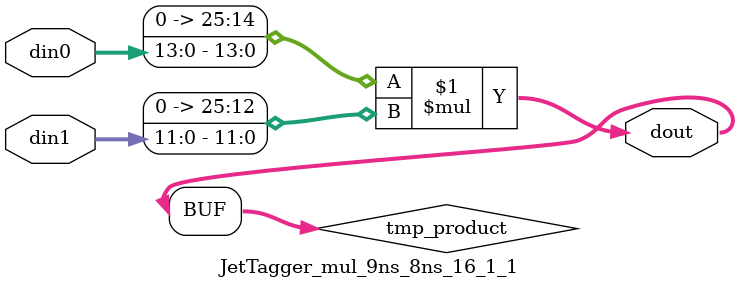
<source format=v>

`timescale 1 ns / 1 ps

  module JetTagger_mul_9ns_8ns_16_1_1(din0, din1, dout);
parameter ID = 1;
parameter NUM_STAGE = 0;
parameter din0_WIDTH = 14;
parameter din1_WIDTH = 12;
parameter dout_WIDTH = 26;

input [din0_WIDTH - 1 : 0] din0; 
input [din1_WIDTH - 1 : 0] din1; 
output [dout_WIDTH - 1 : 0] dout;

wire signed [dout_WIDTH - 1 : 0] tmp_product;










assign tmp_product = $signed({1'b0, din0}) * $signed({1'b0, din1});











assign dout = tmp_product;







endmodule

</source>
